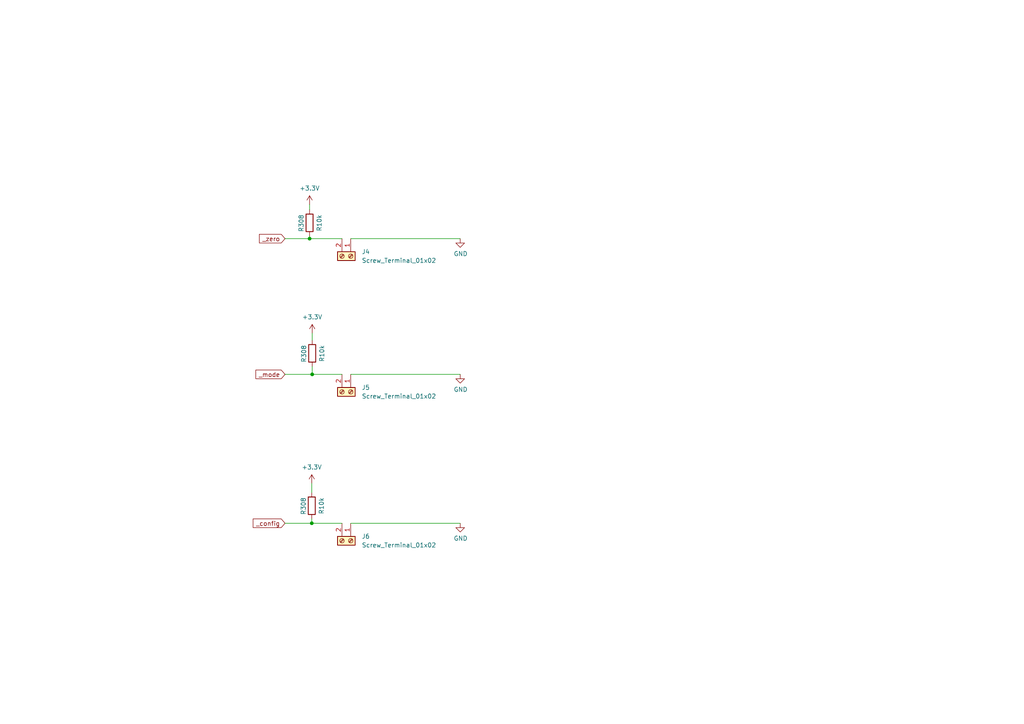
<source format=kicad_sch>
(kicad_sch (version 20230121) (generator eeschema)
  (paper "A4")
  (lib_symbols
    (symbol "Connector:Screw_Terminal_01x02" (pin_names (offset 1.016) hide)
      (property "Reference" "J" (at 0 2.54 0))
      (property "Value" "Screw_Terminal_01x02" (at 0 -5.08 0))
      (symbol "Screw_Terminal_01x02_1_1"
        (rectangle (start -1.27 1.27) (end 1.27 -3.81) (stroke (width 0.254)) (fill (type background)))
        (circle (center 0 -2.54) (radius 0.635) (stroke (width 0.1524)))
        (polyline (pts (xy -0.5334 -2.2098) (xy 0.3302 -3.048)) (stroke (width 0.1524)))
        (polyline (pts (xy -0.5334 0.3302) (xy 0.3302 -0.508)) (stroke (width 0.1524)))
        (polyline (pts (xy -0.3556 -2.032) (xy 0.508 -2.8702)) (stroke (width 0.1524)))
        (polyline (pts (xy -0.3556 0.508) (xy 0.508 -0.3302)) (stroke (width 0.1524)))
        (circle (center 0 0) (radius 0.635) (stroke (width 0.1524)))
        (pin passive line (at -5.08 0 0) (length 3.81) (name "Pin_1") (number "1"))
        (pin passive line (at -5.08 -2.54 0) (length 3.81) (name "Pin_2") (number "2"))
      )
    )
    (symbol "Device:R" (pin_numbers hide) (pin_names (offset 0))
      (property "Reference" "R" (at 2.032 0 90))
      (property "Value" "R" (at 0 0 90))
      (symbol "R_0_1"
        (rectangle (start -1.016 -2.54) (end 1.016 2.54) (stroke (width 0.254)))
      )
      (symbol "R_1_1"
        (pin passive line (at 0 3.81 270) (length 1.27) (name "~") (number "1"))
        (pin passive line (at 0 -3.81 90) (length 1.27) (name "~") (number "2"))
      )
    )
    (symbol "power:+3.3V" (power) (pin_names (offset 0))
      (property "Value" "+3.3V" (at 0 3.556 0))
      (symbol "+3.3V_0_1"
        (polyline (pts (xy -0.762 1.27) (xy 0 2.54)))
        (polyline (pts (xy 0 0) (xy 0 2.54)))
        (polyline (pts (xy 0 2.54) (xy 0.762 1.27)))
      )
      (symbol "+3.3V_1_1"
        (pin power_in line (at 0 0 90) (length 0) hide (name "+3.3V") (number "1"))
      )
    )
    (symbol "power:GND" (power) (pin_names (offset 0))
      (property "Value" "GND" (at 0 -3.81 0))
      (symbol "GND_0_1"
        (polyline (pts (xy 0 0) (xy 0 -1.27) (xy 1.27 -1.27) (xy 0 -2.54) (xy -1.27 -1.27) (xy 0 -1.27)))
      )
      (symbol "GND_1_1"
        (pin power_in line (at 0 0 270) (length 0) hide (name "GND") (number "1"))
      )
    )
  )
  (junction (at 90.424 151.765))
  (junction (at 90.551 108.585))
  (junction (at 89.789 69.215))
  (wire (pts (xy 89.789 69.215) (xy 99.187 69.215)))
  (wire (pts (xy 82.677 151.765) (xy 90.424 151.765)))
  (wire (pts (xy 90.424 140.208) (xy 90.424 142.875)))
  (wire (pts (xy 101.727 151.765) (xy 133.477 151.765)))
  (wire (pts (xy 82.677 69.215) (xy 89.789 69.215)))
  (wire (pts (xy 90.551 96.647) (xy 90.551 98.679)))
  (wire (pts (xy 90.551 106.299) (xy 90.551 108.585)))
  (wire (pts (xy 89.789 68.453) (xy 89.789 69.215)))
  (wire (pts (xy 89.789 59.309) (xy 89.789 60.833)))
  (wire (pts (xy 101.727 69.215) (xy 133.477 69.215)))
  (wire (pts (xy 90.424 150.495) (xy 90.424 151.765)))
  (wire (pts (xy 90.424 151.765) (xy 99.187 151.765)))
  (wire (pts (xy 101.727 108.585) (xy 133.477 108.585)))
  (wire (pts (xy 82.677 108.585) (xy 90.551 108.585)))
  (wire (pts (xy 90.551 108.585) (xy 99.187 108.585)))
  (global_label "_mode" (shape input) (at 82.677 108.585 180) (property "Intersheetrefs" "${INTERSHEET_REFS}" (effects hide)))
  (global_label "_zero" (shape input) (at 82.677 69.215 180) (property "Intersheetrefs" "${INTERSHEET_REFS}" (effects hide)))
  (global_label "_config" (shape input) (at 82.677 151.765 180) (property "Intersheetrefs" "${INTERSHEET_REFS}" (effects hide)))
  (symbol (lib_id "Connector:Screw_Terminal_01x02") (at 101.727 113.665 270) (unit 1)
    (property "Reference" "J5" (at 104.902 112.395 90) (effects (justify left)))
    (property "Value" "Screw_Terminal_01x02" (at 104.902 114.935 90) (effects (justify left)))
    (property "Footprint" "TerminalBlock_WAGO:TerminalBlock_WAGO_236-402_1x02_P5.00mm_45Degree" (effects hide))
    (instances (project "menelaos-rev-4" (path "" (reference "J5") (unit 1)) (path "" (reference "J602") (unit 1))))
  )
  (symbol (lib_id "power:+3.3V") (at 89.789 59.309 0) (unit 1)
    (property "Reference" "#PWR0601" (effects hide))
    (property "Value" "+3.3V" (at 89.789 54.61 0))
  )
  (symbol (lib_id "Device:R") (at 90.424 146.685 180) (unit 1)
    (property "Reference" "R308" (at 88.011 146.7968 90))
    (property "Value" "R10k" (at 93.2434 146.7104 90))
    (property "Footprint" "Resistor_SMD:R_1206_3216Metric_Pad1.30x1.75mm_HandSolder" (effects hide))
    (property "Digi-Key_PN" "TNP10.0KACCT-ND" (effects hide))
    (property "Manufacturer_PN" "TNPW120610K0BEEA" (effects hide))
    (instances (project "menelaos-rev-4" (path "" (reference "R308") (unit 1)) (path "" (reference "R27") (unit 1)) (path "" (reference "R602") (unit 1))) (project "OpenCelluloid" (path "" (reference "R308") (unit 1))))
  )
  (symbol (lib_id "Device:R") (at 89.789 64.643 180) (unit 1)
    (property "Reference" "R308" (at 87.376 64.7548 90))
    (property "Value" "R10k" (at 92.6084 64.6684 90))
    (property "Footprint" "Resistor_SMD:R_1206_3216Metric_Pad1.30x1.75mm_HandSolder" (effects hide))
    (property "Digi-Key_PN" "TNP10.0KACCT-ND" (effects hide))
    (property "Manufacturer_PN" "TNPW120610K0BEEA" (effects hide))
    (instances (project "menelaos-rev-4" (path "" (reference "R308") (unit 1)) (path "" (reference "R11") (unit 1)) (path "" (reference "R601") (unit 1))) (project "OpenCelluloid" (path "" (reference "R308") (unit 1))))
  )
  (symbol (lib_id "power:GND") (at 133.477 151.765 0) (unit 1)
    (property "Reference" "#PWR011" (effects hide))
    (property "Value" "GND" (at 133.604 156.1592 0))
    (instances (project "menelaos-rev-4" (path "" (reference "#PWR011") (unit 1)) (path "" (reference "#PWR0606") (unit 1))) (project "menelaos-v2" (path "" (reference "#PWR011") (unit 1))))
  )
  (symbol (lib_id "power:+3.3V") (at 90.424 140.208 0) (unit 1)
    (property "Reference" "#PWR0602" (effects hide))
    (property "Value" "+3.3V" (at 90.424 135.509 0))
  )
  (symbol (lib_id "Device:R") (at 90.551 102.489 180) (unit 1)
    (property "Reference" "R308" (at 88.138 102.6008 90))
    (property "Value" "R10k" (at 93.3704 102.5144 90))
    (property "Footprint" "Resistor_SMD:R_1206_3216Metric_Pad1.30x1.75mm_HandSolder" (effects hide))
    (property "Digi-Key_PN" "TNP10.0KACCT-ND" (effects hide))
    (property "Manufacturer_PN" "TNPW120610K0BEEA" (effects hide))
    (instances (project "menelaos-rev-4" (path "" (reference "R308") (unit 1)) (path "" (reference "R12") (unit 1)) (path "" (reference "R603") (unit 1))) (project "OpenCelluloid" (path "" (reference "R308") (unit 1))))
  )
  (symbol (lib_id "Connector:Screw_Terminal_01x02") (at 101.727 156.845 270) (unit 1)
    (property "Reference" "J6" (at 104.902 155.575 90) (effects (justify left)))
    (property "Value" "Screw_Terminal_01x02" (at 104.902 158.115 90) (effects (justify left)))
    (property "Footprint" "TerminalBlock_WAGO:TerminalBlock_WAGO_236-402_1x02_P5.00mm_45Degree" (effects hide))
    (instances (project "menelaos-rev-4" (path "" (reference "J6") (unit 1)) (path "" (reference "J603") (unit 1))))
  )
  (symbol (lib_id "power:GND") (at 133.477 108.585 0) (unit 1)
    (property "Reference" "#PWR010" (effects hide))
    (property "Value" "GND" (at 133.604 112.9792 0))
    (instances (project "menelaos-rev-4" (path "" (reference "#PWR010") (unit 1)) (path "" (reference "#PWR0605") (unit 1))) (project "menelaos-v2" (path "" (reference "#PWR010") (unit 1))))
  )
  (symbol (lib_id "Connector:Screw_Terminal_01x02") (at 101.727 74.295 270) (unit 1)
    (property "Reference" "J4" (at 104.902 73.025 90) (effects (justify left)))
    (property "Value" "Screw_Terminal_01x02" (at 104.902 75.565 90) (effects (justify left)))
    (property "Footprint" "TerminalBlock_WAGO:TerminalBlock_WAGO_236-402_1x02_P5.00mm_45Degree" (effects hide))
    (instances (project "menelaos-rev-4" (path "" (reference "J4") (unit 1)) (path "" (reference "J601") (unit 1))))
  )
  (symbol (lib_id "power:+3.3V") (at 90.551 96.647 0) (unit 1)
    (property "Reference" "#PWR0603" (effects hide))
    (property "Value" "+3.3V" (at 90.551 91.948 0))
  )
  (symbol (lib_id "power:GND") (at 133.477 69.215 0) (unit 1)
    (property "Reference" "#PWR09" (effects hide))
    (property "Value" "GND" (at 133.604 73.6092 0))
    (instances (project "menelaos-rev-4" (path "" (reference "#PWR09") (unit 1)) (path "" (reference "#PWR0604") (unit 1))) (project "menelaos-v2" (path "" (reference "#PWR09") (unit 1))))
  )
)
</source>
